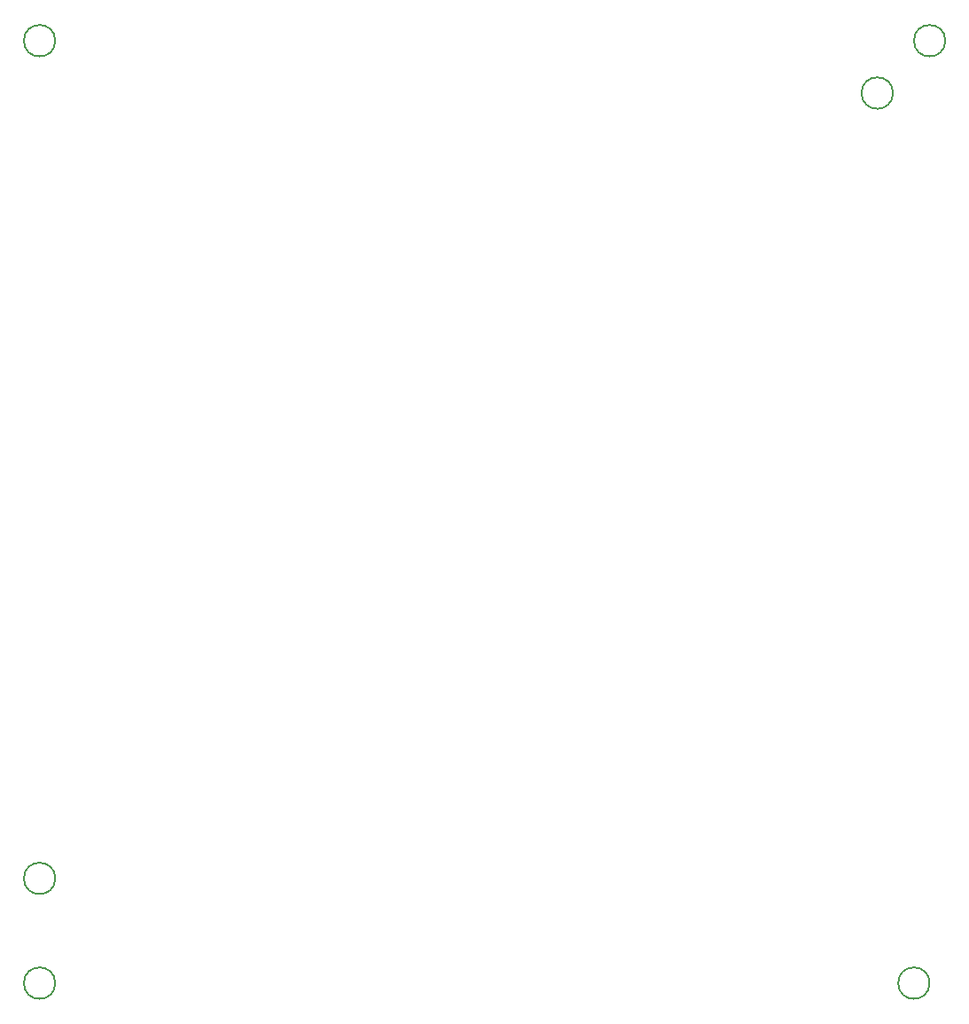
<source format=gbr>
%TF.GenerationSoftware,KiCad,Pcbnew,7.0.9*%
%TF.CreationDate,2023-12-08T23:47:41+01:00*%
%TF.ProjectId,SMPS_V1_power,534d5053-5f56-4315-9f70-6f7765722e6b,rev?*%
%TF.SameCoordinates,Original*%
%TF.FileFunction,Other,Comment*%
%FSLAX46Y46*%
G04 Gerber Fmt 4.6, Leading zero omitted, Abs format (unit mm)*
G04 Created by KiCad (PCBNEW 7.0.9) date 2023-12-08 23:47:41*
%MOMM*%
%LPD*%
G01*
G04 APERTURE LIST*
%ADD10C,0.150000*%
G04 APERTURE END LIST*
D10*
X186500000Y-130000000D02*
G75*
G03*
X186500000Y-130000000I-1500000J0D01*
G01*
X266500000Y-45000000D02*
G75*
G03*
X266500000Y-45000000I-1500000J0D01*
G01*
X186500000Y-40000000D02*
G75*
G03*
X186500000Y-40000000I-1500000J0D01*
G01*
X270000000Y-130000000D02*
G75*
G03*
X270000000Y-130000000I-1500000J0D01*
G01*
X186500000Y-120000000D02*
G75*
G03*
X186500000Y-120000000I-1500000J0D01*
G01*
X271500000Y-40000000D02*
G75*
G03*
X271500000Y-40000000I-1500000J0D01*
G01*
M02*

</source>
